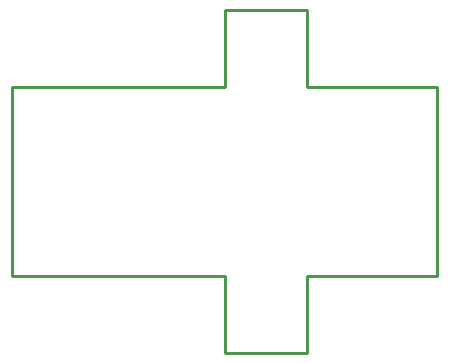
<source format=gbr>
G04 start of page 8 for group 6 idx 6 *
G04 Title: (unknown), outline *
G04 Creator: pcb 20110918 *
G04 CreationDate: Mon 28 Oct 2013 08:12:09 PM GMT UTC *
G04 For: tszabo *
G04 Format: Gerber/RS-274X *
G04 PCB-Dimensions: 157480 125984 *
G04 PCB-Coordinate-Origin: lower left *
%MOIN*%
%FSLAX25Y25*%
%LNOUTLINE*%
%ADD92C,0.0100*%
G54D92*X80709Y120078D02*Y94488D01*
X9843Y94489D01*
Y31496D01*
X80709D01*
Y5905D01*
X108268D01*
Y31496D01*
X151575D01*
Y94488D01*
X108268D01*
Y120078D02*X80709D01*
X108268Y94488D02*Y120078D01*
M02*

</source>
